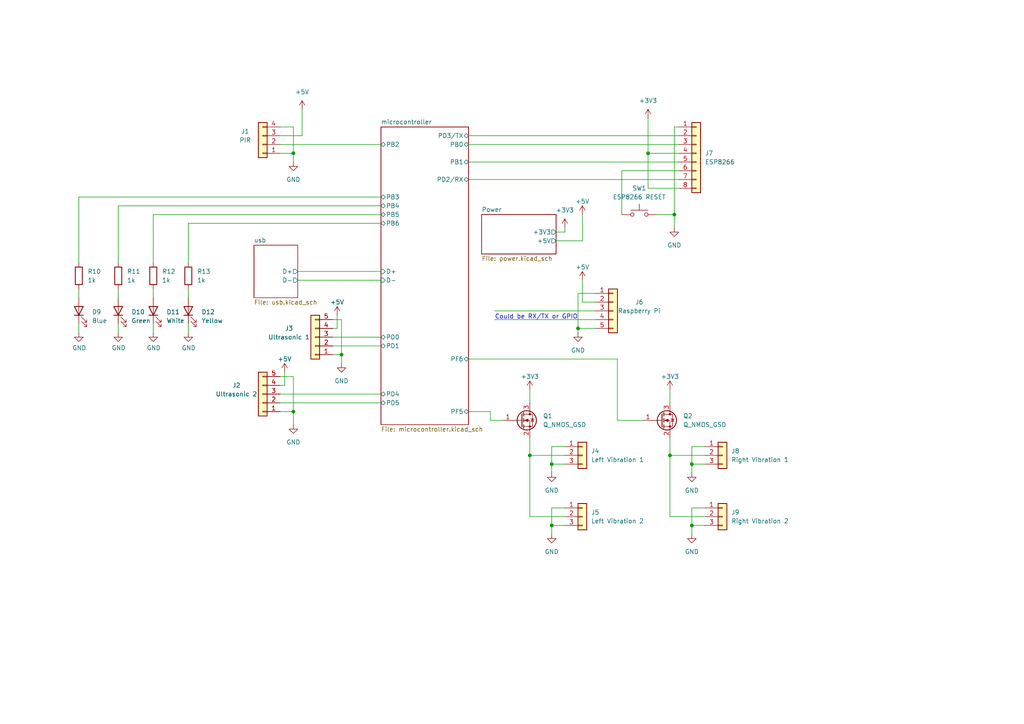
<source format=kicad_sch>
(kicad_sch (version 20211123) (generator eeschema)
  (paper "A4")
  (lib_symbols
    (symbol "Connector_Generic:Conn_01x03" (pin_names (offset 1.016) hide)
      (property "Reference" "J" (at 0 5.08 0))
      (property "Value" "Conn_01x03" (at 0 -5.08 0))
      (symbol "Conn_01x03_1_1"
        (rectangle (start -1.27 -2.413) (end 0 -2.667) (stroke (width 0.1524)))
        (rectangle (start -1.27 0.127) (end 0 -0.127) (stroke (width 0.1524)))
        (rectangle (start -1.27 2.667) (end 0 2.413) (stroke (width 0.1524)))
        (rectangle (start -1.27 3.81) (end 1.27 -3.81) (stroke (width 0.254)) (fill (type background)))
        (pin passive line (at -5.08 2.54 0) (length 3.81) (name "Pin_1") (number "1"))
        (pin passive line (at -5.08 0 0) (length 3.81) (name "Pin_2") (number "2"))
        (pin passive line (at -5.08 -2.54 0) (length 3.81) (name "Pin_3") (number "3"))
      )
    )
    (symbol "Connector_Generic:Conn_01x04" (pin_names (offset 1.016) hide)
      (property "Reference" "J" (at 0 5.08 0))
      (property "Value" "Conn_01x04" (at 0 -7.62 0))
      (symbol "Conn_01x04_1_1"
        (rectangle (start -1.27 -4.953) (end 0 -5.207) (stroke (width 0.1524)))
        (rectangle (start -1.27 -2.413) (end 0 -2.667) (stroke (width 0.1524)))
        (rectangle (start -1.27 0.127) (end 0 -0.127) (stroke (width 0.1524)))
        (rectangle (start -1.27 2.667) (end 0 2.413) (stroke (width 0.1524)))
        (rectangle (start -1.27 3.81) (end 1.27 -6.35) (stroke (width 0.254)) (fill (type background)))
        (pin passive line (at -5.08 2.54 0) (length 3.81) (name "Pin_1") (number "1"))
        (pin passive line (at -5.08 0 0) (length 3.81) (name "Pin_2") (number "2"))
        (pin passive line (at -5.08 -2.54 0) (length 3.81) (name "Pin_3") (number "3"))
        (pin passive line (at -5.08 -5.08 0) (length 3.81) (name "Pin_4") (number "4"))
      )
    )
    (symbol "Connector_Generic:Conn_01x05" (pin_names (offset 1.016) hide)
      (property "Reference" "J" (at 0 7.62 0))
      (property "Value" "Conn_01x05" (at 0 -7.62 0))
      (symbol "Conn_01x05_1_1"
        (rectangle (start -1.27 -4.953) (end 0 -5.207) (stroke (width 0.1524)))
        (rectangle (start -1.27 -2.413) (end 0 -2.667) (stroke (width 0.1524)))
        (rectangle (start -1.27 0.127) (end 0 -0.127) (stroke (width 0.1524)))
        (rectangle (start -1.27 2.667) (end 0 2.413) (stroke (width 0.1524)))
        (rectangle (start -1.27 5.207) (end 0 4.953) (stroke (width 0.1524)))
        (rectangle (start -1.27 6.35) (end 1.27 -6.35) (stroke (width 0.254)) (fill (type background)))
        (pin passive line (at -5.08 5.08 0) (length 3.81) (name "Pin_1") (number "1"))
        (pin passive line (at -5.08 2.54 0) (length 3.81) (name "Pin_2") (number "2"))
        (pin passive line (at -5.08 0 0) (length 3.81) (name "Pin_3") (number "3"))
        (pin passive line (at -5.08 -2.54 0) (length 3.81) (name "Pin_4") (number "4"))
        (pin passive line (at -5.08 -5.08 0) (length 3.81) (name "Pin_5") (number "5"))
      )
    )
    (symbol "Connector_Generic:Conn_01x08" (pin_names (offset 1.016) hide)
      (property "Reference" "J" (at 0 10.16 0))
      (property "Value" "Conn_01x08" (at 0 -12.7 0))
      (symbol "Conn_01x08_1_1"
        (rectangle (start -1.27 -10.033) (end 0 -10.287) (stroke (width 0.1524)))
        (rectangle (start -1.27 -7.493) (end 0 -7.747) (stroke (width 0.1524)))
        (rectangle (start -1.27 -4.953) (end 0 -5.207) (stroke (width 0.1524)))
        (rectangle (start -1.27 -2.413) (end 0 -2.667) (stroke (width 0.1524)))
        (rectangle (start -1.27 0.127) (end 0 -0.127) (stroke (width 0.1524)))
        (rectangle (start -1.27 2.667) (end 0 2.413) (stroke (width 0.1524)))
        (rectangle (start -1.27 5.207) (end 0 4.953) (stroke (width 0.1524)))
        (rectangle (start -1.27 7.747) (end 0 7.493) (stroke (width 0.1524)))
        (rectangle (start -1.27 8.89) (end 1.27 -11.43) (stroke (width 0.254)) (fill (type background)))
        (pin passive line (at -5.08 7.62 0) (length 3.81) (name "Pin_1") (number "1"))
        (pin passive line (at -5.08 5.08 0) (length 3.81) (name "Pin_2") (number "2"))
        (pin passive line (at -5.08 2.54 0) (length 3.81) (name "Pin_3") (number "3"))
        (pin passive line (at -5.08 0 0) (length 3.81) (name "Pin_4") (number "4"))
        (pin passive line (at -5.08 -2.54 0) (length 3.81) (name "Pin_5") (number "5"))
        (pin passive line (at -5.08 -5.08 0) (length 3.81) (name "Pin_6") (number "6"))
        (pin passive line (at -5.08 -7.62 0) (length 3.81) (name "Pin_7") (number "7"))
        (pin passive line (at -5.08 -10.16 0) (length 3.81) (name "Pin_8") (number "8"))
      )
    )
    (symbol "Device:LED" (pin_numbers hide) (pin_names (offset 1.016) hide)
      (property "Reference" "D" (at 0 2.54 0))
      (property "Value" "LED" (at 0 -2.54 0))
      (symbol "LED_0_1"
        (polyline (pts (xy -1.27 -1.27) (xy -1.27 1.27)) (stroke (width 0.254)))
        (polyline (pts (xy -1.27 0) (xy 1.27 0)))
        (polyline (pts (xy 1.27 -1.27) (xy 1.27 1.27) (xy -1.27 0) (xy 1.27 -1.27)) (stroke (width 0.254)))
        (polyline (pts (xy -3.048 -0.762) (xy -4.572 -2.286) (xy -3.81 -2.286) (xy -4.572 -2.286) (xy -4.572 -1.524)))
        (polyline (pts (xy -1.778 -0.762) (xy -3.302 -2.286) (xy -2.54 -2.286) (xy -3.302 -2.286) (xy -3.302 -1.524)))
      )
      (symbol "LED_1_1"
        (pin passive line (at -3.81 0 0) (length 2.54) (name "K") (number "1"))
        (pin passive line (at 3.81 0 180) (length 2.54) (name "A") (number "2"))
      )
    )
    (symbol "Device:Q_NMOS_GSD" (pin_names (offset 0) hide)
      (property "Reference" "Q" (at 5.08 1.27 0))
      (property "Value" "Q_NMOS_GSD" (at 5.08 -1.27 0))
      (symbol "Q_NMOS_GSD_0_1"
        (polyline (pts (xy 0.254 0) (xy -2.54 0)))
        (polyline (pts (xy 0.254 1.905) (xy 0.254 -1.905)) (stroke (width 0.254)))
        (polyline (pts (xy 0.762 -1.27) (xy 0.762 -2.286)) (stroke (width 0.254)))
        (polyline (pts (xy 0.762 0.508) (xy 0.762 -0.508)) (stroke (width 0.254)))
        (polyline (pts (xy 0.762 2.286) (xy 0.762 1.27)) (stroke (width 0.254)))
        (polyline (pts (xy 2.54 2.54) (xy 2.54 1.778)))
        (polyline (pts (xy 2.54 -2.54) (xy 2.54 0) (xy 0.762 0)))
        (polyline (pts (xy 0.762 -1.778) (xy 3.302 -1.778) (xy 3.302 1.778) (xy 0.762 1.778)))
        (polyline (pts (xy 1.016 0) (xy 2.032 0.381) (xy 2.032 -0.381) (xy 1.016 0)) (fill (type outline)))
        (polyline (pts (xy 2.794 0.508) (xy 2.921 0.381) (xy 3.683 0.381) (xy 3.81 0.254)))
        (polyline (pts (xy 3.302 0.381) (xy 2.921 -0.254) (xy 3.683 -0.254) (xy 3.302 0.381)))
        (circle (center 1.651 0) (radius 2.794) (stroke (width 0.254)))
        (circle (center 2.54 -1.778) (radius 0.254) (fill (type outline)))
        (circle (center 2.54 1.778) (radius 0.254) (fill (type outline)))
      )
      (symbol "Q_NMOS_GSD_1_1"
        (pin input line (at -5.08 0 0) (length 2.54) (name "G") (number "1"))
        (pin passive line (at 2.54 -5.08 90) (length 2.54) (name "S") (number "2"))
        (pin passive line (at 2.54 5.08 270) (length 2.54) (name "D") (number "3"))
      )
    )
    (symbol "Device:R" (pin_numbers hide) (pin_names (offset 0))
      (property "Reference" "R" (at 2.032 0 90))
      (property "Value" "R" (at 0 0 90))
      (symbol "R_0_1"
        (rectangle (start -1.016 -2.54) (end 1.016 2.54) (stroke (width 0.254)))
      )
      (symbol "R_1_1"
        (pin passive line (at 0 3.81 270) (length 1.27) (name "~") (number "1"))
        (pin passive line (at 0 -3.81 90) (length 1.27) (name "~") (number "2"))
      )
    )
    (symbol "Switch:SW_Push" (pin_numbers hide) (pin_names (offset 1.016) hide)
      (property "Reference" "SW" (at 1.27 2.54 0))
      (property "Value" "SW_Push" (at 0 -1.524 0))
      (symbol "SW_Push_0_1"
        (circle (center -2.032 0) (radius 0.508))
        (polyline (pts (xy 0 1.27) (xy 0 3.048)))
        (polyline (pts (xy 2.54 1.27) (xy -2.54 1.27)))
        (circle (center 2.032 0) (radius 0.508))
        (pin passive line (at -5.08 0 0) (length 2.54) (name "1") (number "1"))
        (pin passive line (at 5.08 0 180) (length 2.54) (name "2") (number "2"))
      )
    )
    (symbol "power:+3V3" (power) (pin_names (offset 0))
      (property "Value" "+3V3" (at 0 3.556 0))
      (symbol "+3V3_0_1"
        (polyline (pts (xy -0.762 1.27) (xy 0 2.54)))
        (polyline (pts (xy 0 0) (xy 0 2.54)))
        (polyline (pts (xy 0 2.54) (xy 0.762 1.27)))
      )
      (symbol "+3V3_1_1"
        (pin power_in line (at 0 0 90) (length 0) hide (name "+3V3") (number "1"))
      )
    )
    (symbol "power:+5V" (power) (pin_names (offset 0))
      (property "Value" "+5V" (at 0 3.556 0))
      (symbol "+5V_0_1"
        (polyline (pts (xy -0.762 1.27) (xy 0 2.54)))
        (polyline (pts (xy 0 0) (xy 0 2.54)))
        (polyline (pts (xy 0 2.54) (xy 0.762 1.27)))
      )
      (symbol "+5V_1_1"
        (pin power_in line (at 0 0 90) (length 0) hide (name "+5V") (number "1"))
      )
    )
    (symbol "power:GND" (power) (pin_names (offset 0))
      (property "Value" "GND" (at 0 -3.81 0))
      (symbol "GND_0_1"
        (polyline (pts (xy 0 0) (xy 0 -1.27) (xy 1.27 -1.27) (xy 0 -2.54) (xy -1.27 -1.27) (xy 0 -1.27)))
      )
      (symbol "GND_1_1"
        (pin power_in line (at 0 0 270) (length 0) hide (name "GND") (number "1"))
      )
    )
  )
  (junction (at 167.64 95.25))
  (junction (at 85.09 119.38))
  (junction (at 85.09 44.45))
  (junction (at 153.67 132.08))
  (junction (at 200.66 152.4))
  (junction (at 187.96 44.45))
  (junction (at 160.02 134.62))
  (junction (at 160.02 152.4))
  (junction (at 195.58 62.23))
  (junction (at 200.66 134.62))
  (junction (at 99.06 102.87))
  (junction (at 194.31 132.08))
  (wire (pts (xy 44.45 83.82) (xy 44.45 86.36)))
  (wire (pts (xy 96.52 100.33) (xy 110.49 100.33)))
  (wire (pts (xy 85.09 44.45) (xy 85.09 46.99)))
  (wire (pts (xy 34.29 83.82) (xy 34.29 86.36)))
  (wire (pts (xy 172.72 87.63) (xy 168.91 87.63)))
  (wire (pts (xy 194.31 149.86) (xy 204.47 149.86)))
  (wire (pts (xy 135.89 39.37) (xy 196.85 39.37)))
  (wire (pts (xy 34.29 93.98) (xy 34.29 96.52)))
  (wire (pts (xy 142.24 121.92) (xy 146.05 121.92)))
  (wire (pts (xy 22.86 57.15) (xy 22.86 76.2)))
  (wire (pts (xy 153.67 132.08) (xy 153.67 149.86)))
  (wire (pts (xy 194.31 113.03) (xy 194.31 116.84)))
  (wire (pts (xy 153.67 113.03) (xy 153.67 116.84)))
  (wire (pts (xy 110.49 57.15) (xy 22.86 57.15)))
  (wire (pts (xy 81.28 41.91) (xy 110.49 41.91)))
  (wire (pts (xy 81.28 39.37) (xy 87.63 39.37)))
  (wire (pts (xy 179.07 104.14) (xy 135.89 104.14)))
  (wire (pts (xy 200.66 129.54) (xy 200.66 134.62)))
  (wire (pts (xy 172.72 85.09) (xy 167.64 85.09)))
  (wire (pts (xy 168.91 62.23) (xy 168.91 69.85)))
  (wire (pts (xy 44.45 62.23) (xy 44.45 76.2)))
  (wire (pts (xy 153.67 132.08) (xy 153.67 127)))
  (wire (pts (xy 187.96 44.45) (xy 187.96 54.61)))
  (wire (pts (xy 81.28 109.22) (xy 85.09 109.22)))
  (wire (pts (xy 163.83 67.31) (xy 161.29 67.31)))
  (wire (pts (xy 135.89 41.91) (xy 196.85 41.91)))
  (wire (pts (xy 204.47 132.08) (xy 194.31 132.08)))
  (wire (pts (xy 190.5 62.23) (xy 195.58 62.23)))
  (wire (pts (xy 110.49 59.69) (xy 34.29 59.69)))
  (wire (pts (xy 22.86 83.82) (xy 22.86 86.36)))
  (wire (pts (xy 135.89 52.07) (xy 196.85 52.07)))
  (wire (pts (xy 99.06 92.71) (xy 99.06 102.87)))
  (wire (pts (xy 81.28 114.3) (xy 110.49 114.3)))
  (wire (pts (xy 85.09 109.22) (xy 85.09 119.38)))
  (wire (pts (xy 187.96 54.61) (xy 196.85 54.61)))
  (wire (pts (xy 96.52 97.79) (xy 110.49 97.79)))
  (wire (pts (xy 200.66 134.62) (xy 200.66 137.16)))
  (wire (pts (xy 160.02 129.54) (xy 160.02 134.62)))
  (wire (pts (xy 195.58 36.83) (xy 195.58 62.23)))
  (wire (pts (xy 86.36 78.74) (xy 110.49 78.74)))
  (wire (pts (xy 143.51 92.71) (xy 172.72 92.71)))
  (wire (pts (xy 86.36 81.28) (xy 110.49 81.28)))
  (wire (pts (xy 167.64 95.25) (xy 167.64 96.52)))
  (wire (pts (xy 85.09 36.83) (xy 85.09 44.45)))
  (wire (pts (xy 82.55 111.76) (xy 82.55 107.95)))
  (wire (pts (xy 194.31 132.08) (xy 194.31 127)))
  (wire (pts (xy 187.96 34.29) (xy 187.96 44.45)))
  (wire (pts (xy 153.67 149.86) (xy 163.83 149.86)))
  (wire (pts (xy 160.02 147.32) (xy 160.02 152.4)))
  (wire (pts (xy 186.69 121.92) (xy 179.07 121.92)))
  (wire (pts (xy 179.07 121.92) (xy 179.07 104.14)))
  (wire (pts (xy 22.86 93.98) (xy 22.86 96.52)))
  (wire (pts (xy 54.61 64.77) (xy 54.61 76.2)))
  (wire (pts (xy 195.58 66.04) (xy 195.58 62.23)))
  (wire (pts (xy 97.79 95.25) (xy 96.52 95.25)))
  (wire (pts (xy 187.96 44.45) (xy 196.85 44.45)))
  (wire (pts (xy 81.28 116.84) (xy 110.49 116.84)))
  (wire (pts (xy 167.64 95.25) (xy 172.72 95.25)))
  (wire (pts (xy 87.63 31.75) (xy 87.63 39.37)))
  (wire (pts (xy 204.47 129.54) (xy 200.66 129.54)))
  (wire (pts (xy 200.66 147.32) (xy 200.66 152.4)))
  (wire (pts (xy 163.83 66.04) (xy 163.83 67.31)))
  (wire (pts (xy 97.79 91.44) (xy 97.79 95.25)))
  (wire (pts (xy 168.91 69.85) (xy 161.29 69.85)))
  (wire (pts (xy 99.06 102.87) (xy 99.06 105.41)))
  (wire (pts (xy 143.51 90.17) (xy 172.72 90.17)))
  (wire (pts (xy 200.66 134.62) (xy 204.47 134.62)))
  (wire (pts (xy 96.52 102.87) (xy 99.06 102.87)))
  (wire (pts (xy 96.52 92.71) (xy 99.06 92.71)))
  (wire (pts (xy 85.09 119.38) (xy 85.09 123.19)))
  (wire (pts (xy 110.49 64.77) (xy 54.61 64.77)))
  (wire (pts (xy 81.28 36.83) (xy 85.09 36.83)))
  (wire (pts (xy 160.02 134.62) (xy 160.02 137.16)))
  (wire (pts (xy 163.83 147.32) (xy 160.02 147.32)))
  (wire (pts (xy 142.24 119.38) (xy 142.24 121.92)))
  (wire (pts (xy 135.89 46.99) (xy 196.85 46.99)))
  (wire (pts (xy 81.28 111.76) (xy 82.55 111.76)))
  (wire (pts (xy 204.47 147.32) (xy 200.66 147.32)))
  (wire (pts (xy 200.66 152.4) (xy 200.66 154.94)))
  (wire (pts (xy 34.29 59.69) (xy 34.29 76.2)))
  (wire (pts (xy 160.02 134.62) (xy 163.83 134.62)))
  (wire (pts (xy 44.45 93.98) (xy 44.45 96.52)))
  (wire (pts (xy 81.28 119.38) (xy 85.09 119.38)))
  (wire (pts (xy 160.02 152.4) (xy 160.02 154.94)))
  (wire (pts (xy 135.89 119.38) (xy 142.24 119.38)))
  (wire (pts (xy 54.61 93.98) (xy 54.61 96.52)))
  (wire (pts (xy 81.28 44.45) (xy 85.09 44.45)))
  (wire (pts (xy 196.85 36.83) (xy 195.58 36.83)))
  (wire (pts (xy 110.49 62.23) (xy 44.45 62.23)))
  (wire (pts (xy 54.61 83.82) (xy 54.61 86.36)))
  (wire (pts (xy 180.34 49.53) (xy 180.34 62.23)))
  (wire (pts (xy 200.66 152.4) (xy 204.47 152.4)))
  (wire (pts (xy 168.91 81.28) (xy 168.91 87.63)))
  (wire (pts (xy 163.83 129.54) (xy 160.02 129.54)))
  (wire (pts (xy 163.83 132.08) (xy 153.67 132.08)))
  (wire (pts (xy 167.64 85.09) (xy 167.64 95.25)))
  (wire (pts (xy 196.85 49.53) (xy 180.34 49.53)))
  (wire (pts (xy 160.02 152.4) (xy 163.83 152.4)))
  (wire (pts (xy 194.31 132.08) (xy 194.31 149.86)))
  (text "Could be RX/TX or GPIO\n" (at 143.51 92.71 0) (effects (font (size 1.27 1.27)) (justify left bottom)))
  (symbol (lib_id "Device:LED") (at 34.29 90.17 90) (unit 1)
    (property "Reference" "D10" (at 38.1 90.4874 90) (effects (justify right)))
    (property "Value" "Green" (at 38.1 93.0274 90) (effects (justify right)))
    (property "Footprint" "LED_SMD:LED_0603_1608Metric_Pad1.05x0.95mm_HandSolder" (effects hide))
  )
  (symbol (lib_id "power:GND") (at 54.61 96.52 0) (unit 1)
    (property "Reference" "#PWR0101" (effects hide))
    (property "Value" "GND" (at 54.737 100.9142 0))
  )
  (symbol (lib_id "power:GND") (at 22.86 96.52 0) (unit 1)
    (property "Reference" "#PWR0104" (effects hide))
    (property "Value" "GND" (at 22.987 100.9142 0))
  )
  (symbol (lib_id "Connector_Generic:Conn_01x03") (at 168.91 149.86 0) (unit 1)
    (property "Reference" "J5" (at 171.45 148.5899 0) (effects (justify left)))
    (property "Value" "Left Vibration 2" (at 171.45 151.1299 0) (effects (justify left)))
    (property "Footprint" "Connector_PinHeader_2.54mm:PinHeader_1x03_P2.54mm_Vertical" (effects hide))
    (property "Stock" "In connector kit" (effects hide))
  )
  (symbol (lib_id "power:GND") (at 200.66 137.16 0) (unit 1)
    (property "Reference" "#PWR017" (effects hide))
    (property "Value" "GND" (at 200.66 142.24 0))
  )
  (symbol (lib_id "power:GND") (at 99.06 105.41 0) (unit 1)
    (property "Reference" "#PWR06" (effects hide))
    (property "Value" "GND" (at 99.06 110.49 0))
  )
  (symbol (lib_id "power:GND") (at 44.45 96.52 0) (unit 1)
    (property "Reference" "#PWR0102" (effects hide))
    (property "Value" "GND" (at 44.577 100.9142 0))
  )
  (symbol (lib_id "power:+3V3") (at 153.67 113.03 0) (unit 1)
    (property "Reference" "#PWR07" (effects hide))
    (property "Value" "+3V3" (at 153.67 109.22 0))
  )
  (symbol (lib_id "Switch:SW_Push") (at 185.42 62.23 0) (unit 1)
    (property "Reference" "SW1" (at 185.42 54.61 0))
    (property "Value" "ESP8266 RESET" (at 185.42 57.15 0))
    (property "Footprint" "BackpackBuddyFootprintLibrary:RST_SW" (effects hide))
    (property "Datasheet" "https://www.nkkswitches.com/pdf/HP03-2.pdf" (effects hide))
    (property "MPN" "HP0315AFKP2-R" (effects hide))
    (property "Stock" "https://www.digikey.com/en/products/detail/nkk-switches/HP0315AFKP2-R/1242035" (effects hide))
  )
  (symbol (lib_id "power:GND") (at 85.09 123.19 0) (unit 1)
    (property "Reference" "#PWR03" (effects hide))
    (property "Value" "GND" (at 85.09 128.27 0))
  )
  (symbol (lib_id "Device:R") (at 54.61 80.01 0) (unit 1)
    (property "Reference" "R13" (at 57.15 78.7399 0) (effects (justify left)))
    (property "Value" "1k" (at 57.15 81.2799 0) (effects (justify left)))
    (property "Footprint" "Resistor_SMD:R_0603_1608Metric_Pad1.05x0.95mm_HandSolder" (effects hide))
    (property "MPN" "RES SMD 1K OHM 1% 1/8W 0603" (effects hide))
    (property "Stock" "https://www.digikey.com/en/products/detail/stackpole-electronics-inc/RNCP0603FTD1K00/2240106" (effects hide))
  )
  (symbol (lib_id "Connector_Generic:Conn_01x03") (at 168.91 132.08 0) (unit 1)
    (property "Reference" "J4" (at 171.45 130.8099 0) (effects (justify left)))
    (property "Value" "Left Vibration 1" (at 171.45 133.3499 0) (effects (justify left)))
    (property "Footprint" "Connector_PinHeader_2.54mm:PinHeader_1x03_P2.54mm_Vertical" (effects hide))
    (property "Stock" "In connector kit" (effects hide))
  )
  (symbol (lib_id "Connector_Generic:Conn_01x05") (at 76.2 114.3 180) (unit 1)
    (property "Reference" "J2" (at 68.58 111.76 0))
    (property "Value" "Ultrasonic 2" (at 68.58 114.3 0))
    (property "Footprint" "Connector_PinHeader_2.54mm:PinHeader_1x05_P2.54mm_Vertical" (effects hide))
    (property "Stock" "In connector kit" (effects hide))
  )
  (symbol (lib_id "Device:LED") (at 44.45 90.17 90) (unit 1)
    (property "Reference" "D11" (at 48.26 90.4874 90) (effects (justify right)))
    (property "Value" "White" (at 48.26 93.0274 90) (effects (justify right)))
    (property "Footprint" "LED_SMD:LED_0603_1608Metric_Pad1.05x0.95mm_HandSolder" (effects hide))
  )
  (symbol (lib_id "power:+5V") (at 168.91 81.28 0) (unit 1)
    (property "Reference" "#PWR013" (effects hide))
    (property "Value" "+5V" (at 168.91 77.47 0))
  )
  (symbol (lib_id "power:+3V3") (at 187.96 34.29 0) (unit 1)
    (property "Reference" "#PWR014" (effects hide))
    (property "Value" "+3V3" (at 187.96 29.21 0))
  )
  (symbol (lib_id "Connector_Generic:Conn_01x05") (at 91.44 97.79 180) (unit 1)
    (property "Reference" "J3" (at 83.82 95.25 0))
    (property "Value" "Ultrasonic 1" (at 83.82 97.79 0))
    (property "Footprint" "Connector_PinHeader_2.54mm:PinHeader_1x05_P2.54mm_Vertical" (effects hide))
    (property "Stock" "In connector kit" (effects hide))
  )
  (symbol (lib_id "Device:R") (at 44.45 80.01 0) (unit 1)
    (property "Reference" "R12" (at 46.99 78.7399 0) (effects (justify left)))
    (property "Value" "1k" (at 46.99 81.2799 0) (effects (justify left)))
    (property "Footprint" "Resistor_SMD:R_0603_1608Metric_Pad1.05x0.95mm_HandSolder" (effects hide))
    (property "MPN" "RES SMD 1K OHM 1% 1/8W 0603" (effects hide))
    (property "Stock" "https://www.digikey.com/en/products/detail/stackpole-electronics-inc/RNCP0603FTD1K00/2240106" (effects hide))
  )
  (symbol (lib_id "power:GND") (at 34.29 96.52 0) (unit 1)
    (property "Reference" "#PWR0103" (effects hide))
    (property "Value" "GND" (at 34.417 100.9142 0))
  )
  (symbol (lib_id "power:+5V") (at 82.55 107.95 0) (unit 1)
    (property "Reference" "#PWR01" (effects hide))
    (property "Value" "+5V" (at 82.55 104.14 0))
  )
  (symbol (lib_id "power:GND") (at 160.02 154.94 0) (unit 1)
    (property "Reference" "#PWR09" (effects hide))
    (property "Value" "GND" (at 160.02 160.02 0))
  )
  (symbol (lib_id "Device:LED") (at 54.61 90.17 90) (unit 1)
    (property "Reference" "D12" (at 58.42 90.4874 90) (effects (justify right)))
    (property "Value" "Yellow" (at 58.42 93.0274 90) (effects (justify right)))
    (property "Footprint" "LED_SMD:LED_0603_1608Metric_Pad1.05x0.95mm_HandSolder" (effects hide))
  )
  (symbol (lib_id "power:GND") (at 85.09 46.99 0) (unit 1)
    (property "Reference" "#PWR02" (effects hide))
    (property "Value" "GND" (at 85.09 52.07 0))
  )
  (symbol (lib_id "power:GND") (at 200.66 154.94 0) (unit 1)
    (property "Reference" "#PWR018" (effects hide))
    (property "Value" "GND" (at 200.66 160.02 0))
  )
  (symbol (lib_id "Device:R") (at 22.86 80.01 0) (unit 1)
    (property "Reference" "R10" (at 25.4 78.7399 0) (effects (justify left)))
    (property "Value" "1k" (at 25.4 81.2799 0) (effects (justify left)))
    (property "Footprint" "Resistor_SMD:R_0603_1608Metric_Pad1.05x0.95mm_HandSolder" (effects hide))
    (property "MPN" "RES SMD 1K OHM 1% 1/8W 0603" (effects hide))
    (property "Stock" "https://www.digikey.com/en/products/detail/stackpole-electronics-inc/RNCP0603FTD1K00/2240106" (effects hide))
  )
  (symbol (lib_id "Device:Q_NMOS_GSD") (at 151.13 121.92 0) (unit 1)
    (property "Reference" "Q1" (at 157.48 120.6499 0) (effects (justify left)))
    (property "Value" "Q_NMOS_GSD" (at 157.48 123.1899 0) (effects (justify left)))
    (property "Footprint" "Package_TO_SOT_SMD:SOT-23_Handsoldering" (effects hide))
    (property "Datasheet" "https://www.panjit.com.tw/upload/datasheet/PJA3430.pdf" (effects hide))
    (property "MPN" "PJA3430_R1_00001" (effects hide))
    (property "Stock" "https://www.digikey.com/en/products/detail/panjit-international-inc/PJA3430-R1-00001/14660383" (effects hide))
  )
  (symbol (lib_id "Connector_Generic:Conn_01x03") (at 209.55 149.86 0) (unit 1)
    (property "Reference" "J9" (at 212.09 148.5899 0) (effects (justify left)))
    (property "Value" "Right Vibration 2" (at 212.09 151.1299 0) (effects (justify left)))
    (property "Footprint" "Connector_PinHeader_2.54mm:PinHeader_1x03_P2.54mm_Vertical" (effects hide))
    (property "Stock" "In connector kit" (effects hide))
  )
  (symbol (lib_id "Device:LED") (at 22.86 90.17 90) (unit 1)
    (property "Reference" "D9" (at 26.67 90.4874 90) (effects (justify right)))
    (property "Value" "Blue" (at 26.67 93.0274 90) (effects (justify right)))
    (property "Footprint" "LED_SMD:LED_0603_1608Metric_Pad1.05x0.95mm_HandSolder" (effects hide))
  )
  (symbol (lib_id "power:GND") (at 195.58 66.04 0) (unit 1)
    (property "Reference" "#PWR016" (effects hide))
    (property "Value" "GND" (at 195.58 71.12 0))
  )
  (symbol (lib_id "power:+3V3") (at 163.83 66.04 0) (unit 1)
    (property "Reference" "#PWR010" (effects hide))
    (property "Value" "+3V3" (at 163.83 60.96 0))
  )
  (symbol (lib_id "Connector_Generic:Conn_01x05") (at 177.8 90.17 0) (unit 1)
    (property "Reference" "J6" (at 185.42 87.63 0))
    (property "Value" "Raspberry Pi" (at 185.42 90.17 0))
    (property "Footprint" "Connector_PinHeader_2.54mm:PinHeader_1x05_P2.54mm_Vertical" (effects hide))
    (property "Stock" "In connector kit" (effects hide))
  )
  (symbol (lib_id "power:+3V3") (at 194.31 113.03 0) (unit 1)
    (property "Reference" "#PWR015" (effects hide))
    (property "Value" "+3V3" (at 194.31 109.22 0))
  )
  (symbol (lib_id "power:GND") (at 160.02 137.16 0) (unit 1)
    (property "Reference" "#PWR08" (effects hide))
    (property "Value" "GND" (at 160.02 142.24 0))
  )
  (symbol (lib_id "power:+5V") (at 168.91 62.23 0) (unit 1)
    (property "Reference" "#PWR012" (effects hide))
    (property "Value" "+5V" (at 168.91 58.42 0))
  )
  (symbol (lib_id "Connector_Generic:Conn_01x03") (at 209.55 132.08 0) (unit 1)
    (property "Reference" "J8" (at 212.09 130.8099 0) (effects (justify left)))
    (property "Value" "Right Vibration 1" (at 212.09 133.3499 0) (effects (justify left)))
    (property "Footprint" "Connector_PinHeader_2.54mm:PinHeader_1x03_P2.54mm_Vertical" (effects hide))
    (property "Stock" "In connector kit" (effects hide))
  )
  (symbol (lib_id "power:+5V") (at 97.79 91.44 0) (unit 1)
    (property "Reference" "#PWR05" (effects hide))
    (property "Value" "+5V" (at 97.79 87.63 0))
  )
  (symbol (lib_id "Device:R") (at 34.29 80.01 0) (unit 1)
    (property "Reference" "R11" (at 36.83 78.7399 0) (effects (justify left)))
    (property "Value" "1k" (at 36.83 81.2799 0) (effects (justify left)))
    (property "Footprint" "Resistor_SMD:R_0603_1608Metric_Pad1.05x0.95mm_HandSolder" (effects hide))
    (property "MPN" "RES SMD 1K OHM 1% 1/8W 0603" (effects hide))
    (property "Stock" "https://www.digikey.com/en/products/detail/stackpole-electronics-inc/RNCP0603FTD1K00/2240106" (effects hide))
  )
  (symbol (lib_id "Connector_Generic:Conn_01x08") (at 201.93 44.45 0) (unit 1)
    (property "Reference" "J7" (at 204.47 44.4499 0) (effects (justify left)))
    (property "Value" "ESP8266" (at 204.47 46.9899 0) (effects (justify left)))
    (property "Footprint" "Connector_PinHeader_2.54mm:PinHeader_2x04_P2.54mm_Vertical" (effects hide))
    (property "Stock" "In connector kit" (effects hide))
  )
  (symbol (lib_id "power:GND") (at 167.64 96.52 0) (unit 1)
    (property "Reference" "#PWR011" (effects hide))
    (property "Value" "GND" (at 167.64 101.6 0))
  )
  (symbol (lib_id "Connector_Generic:Conn_01x04") (at 76.2 41.91 180) (unit 1)
    (property "Reference" "J1" (at 71.12 38.1 0))
    (property "Value" "PIR" (at 71.12 40.64 0))
    (property "Footprint" "Connector_PinHeader_2.54mm:PinHeader_1x04_P2.54mm_Vertical" (effects hide))
    (property "Stock" "In connector kit" (effects hide))
  )
  (symbol (lib_id "Device:Q_NMOS_GSD") (at 191.77 121.92 0) (unit 1)
    (property "Reference" "Q2" (at 198.12 120.6499 0) (effects (justify left)))
    (property "Value" "Q_NMOS_GSD" (at 198.12 123.1899 0) (effects (justify left)))
    (property "Footprint" "Package_TO_SOT_SMD:SOT-23_Handsoldering" (effects hide))
    (property "Datasheet" "https://www.panjit.com.tw/upload/datasheet/PJA3430.pdf" (effects hide))
    (property "MPN" "PJA3430_R1_00001" (effects hide))
    (property "Stock" "https://www.digikey.com/en/products/detail/panjit-international-inc/PJA3430-R1-00001/14660383" (effects hide))
  )
  (symbol (lib_id "power:+5V") (at 87.63 31.75 0) (unit 1)
    (property "Reference" "#PWR04" (effects hide))
    (property "Value" "+5V" (at 87.63 26.67 0))
  )
  (sheet (at 139.7 62.23) (size 21.59 11.43) (stroke (width 0.1524))
    (property "Sheet name" "Power" (at 139.7 61.5184 0) (effects (justify left bottom)))
    (property "Sheet file" "power.kicad_sch" (at 139.7 74.2446 0) (effects (justify left top)))
    (pin "+5V" output (at 161.29 69.85 0))
    (pin "+3V3" output (at 161.29 67.31 0))
  )
  (sheet (at 110.49 36.83) (size 25.4 86.36) (stroke (width 0.1524))
    (property "Sheet name" "microcontroller" (at 110.49 36.1184 0) (effects (justify left bottom)))
    (property "Sheet file" "microcontroller.kicad_sch" (at 110.49 123.7746 0) (effects (justify left top)))
    (pin "D-" input (at 110.49 81.28 180))
    (pin "D+" input (at 110.49 78.74 180))
    (pin "PD0" bidirectional (at 110.49 97.79 180))
    (pin "PD1" bidirectional (at 110.49 100.33 180))
    (pin "PD2{slash}RX" bidirectional (at 135.89 52.07 0))
    (pin "PD3{slash}TX" bidirectional (at 135.89 39.37 0))
    (pin "PD4" bidirectional (at 110.49 114.3 180))
    (pin "PD5" bidirectional (at 110.49 116.84 180))
    (pin "PB0" bidirectional (at 135.89 41.91 0))
    (pin "PB1" bidirectional (at 135.89 46.99 0))
    (pin "PB2" bidirectional (at 110.49 41.91 180))
    (pin "PF5" bidirectional (at 135.89 119.38 0))
    (pin "PF6" bidirectional (at 135.89 104.14 0))
    (pin "PB3" bidirectional (at 110.49 57.15 180))
    (pin "PB4" bidirectional (at 110.49 59.69 180))
    (pin "PB5" bidirectional (at 110.49 62.23 180))
    (pin "PB6" bidirectional (at 110.49 64.77 180))
  )
  (sheet (at 73.66 71.12) (size 12.7 15.24) (stroke (width 0.1524))
    (property "Sheet name" "usb" (at 73.66 70.4084 0) (effects (justify left bottom)))
    (property "Sheet file" "usb.kicad_sch" (at 73.66 86.9446 0) (effects (justify left top)))
    (pin "D+" output (at 86.36 78.74 0))
    (pin "D-" output (at 86.36 81.28 0))
  )
)
</source>
